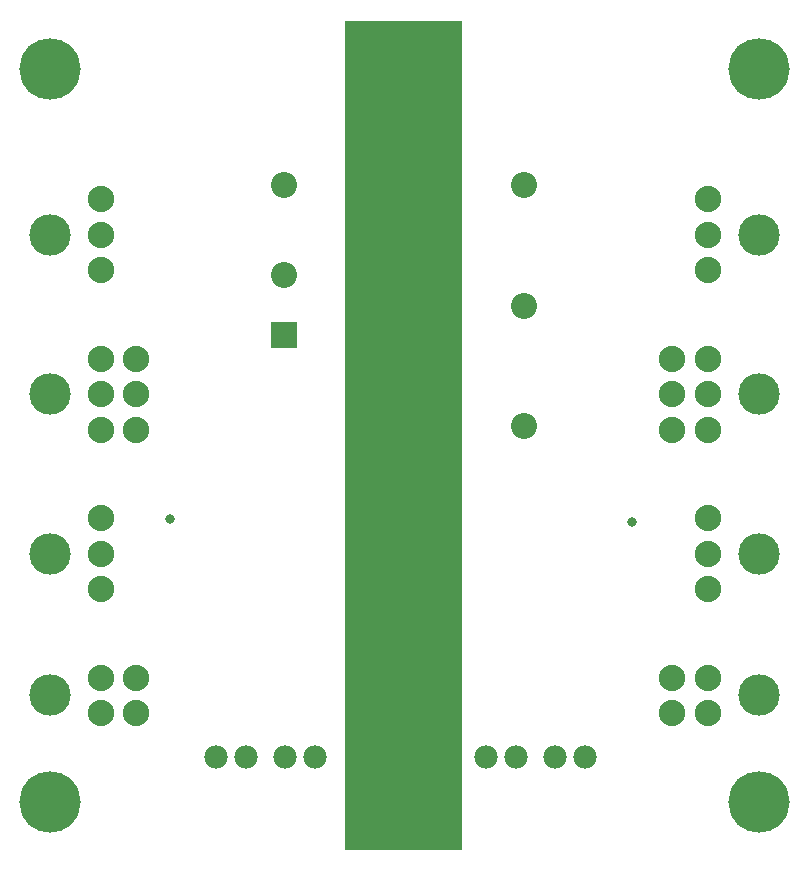
<source format=gbs>
G04*
G04 #@! TF.GenerationSoftware,Altium Limited,Altium Designer,20.1.12 (249)*
G04*
G04 Layer_Color=16711935*
%FSLAX25Y25*%
%MOIN*%
G70*
G04*
G04 #@! TF.SameCoordinates,187957CB-44C1-49C2-83CB-A2E739709334*
G04*
G04*
G04 #@! TF.FilePolarity,Negative*
G04*
G01*
G75*
%ADD29C,0.07800*%
%ADD30C,0.08674*%
%ADD31R,0.08674X0.08674*%
%ADD32C,0.13811*%
%ADD33C,0.08800*%
%ADD34C,0.20472*%
%ADD35C,0.03162*%
G36*
X413000Y192500D02*
X374000D01*
X374000Y469000D01*
X413000D01*
X413000Y192500D01*
D02*
G37*
D29*
X354016Y223677D02*
D03*
X364016D02*
D03*
X341016D02*
D03*
X331016D02*
D03*
X444000Y223661D02*
D03*
X454000D02*
D03*
X431000D02*
D03*
X421000D02*
D03*
D30*
X353740Y414173D02*
D03*
X433661D02*
D03*
Y374016D02*
D03*
Y333858D02*
D03*
X353740Y384252D02*
D03*
D31*
Y364173D02*
D03*
D32*
X275590Y291339D02*
D03*
Y344488D02*
D03*
X511811Y397638D02*
D03*
X275590D02*
D03*
X511811Y344488D02*
D03*
Y291339D02*
D03*
Y244094D02*
D03*
X275590D02*
D03*
D33*
X292598Y279528D02*
D03*
Y291339D02*
D03*
Y303150D02*
D03*
X292590Y356299D02*
D03*
X304410D02*
D03*
Y344488D02*
D03*
Y332677D02*
D03*
X292590Y344488D02*
D03*
Y332677D02*
D03*
X494803Y385827D02*
D03*
Y397638D02*
D03*
Y409449D02*
D03*
X292598D02*
D03*
Y397638D02*
D03*
Y385827D02*
D03*
X494811Y356299D02*
D03*
Y344488D02*
D03*
X482992Y356299D02*
D03*
Y344488D02*
D03*
Y332677D02*
D03*
X494811D02*
D03*
X494803Y279528D02*
D03*
Y291339D02*
D03*
Y303150D02*
D03*
X494811Y250000D02*
D03*
Y238189D02*
D03*
X482992Y250000D02*
D03*
Y238189D02*
D03*
X292590D02*
D03*
Y250000D02*
D03*
X304410Y238189D02*
D03*
Y250000D02*
D03*
D34*
X275590Y452756D02*
D03*
X511811D02*
D03*
X275590Y208661D02*
D03*
X511811D02*
D03*
D35*
X469500Y302000D02*
D03*
X315500Y303000D02*
D03*
M02*

</source>
